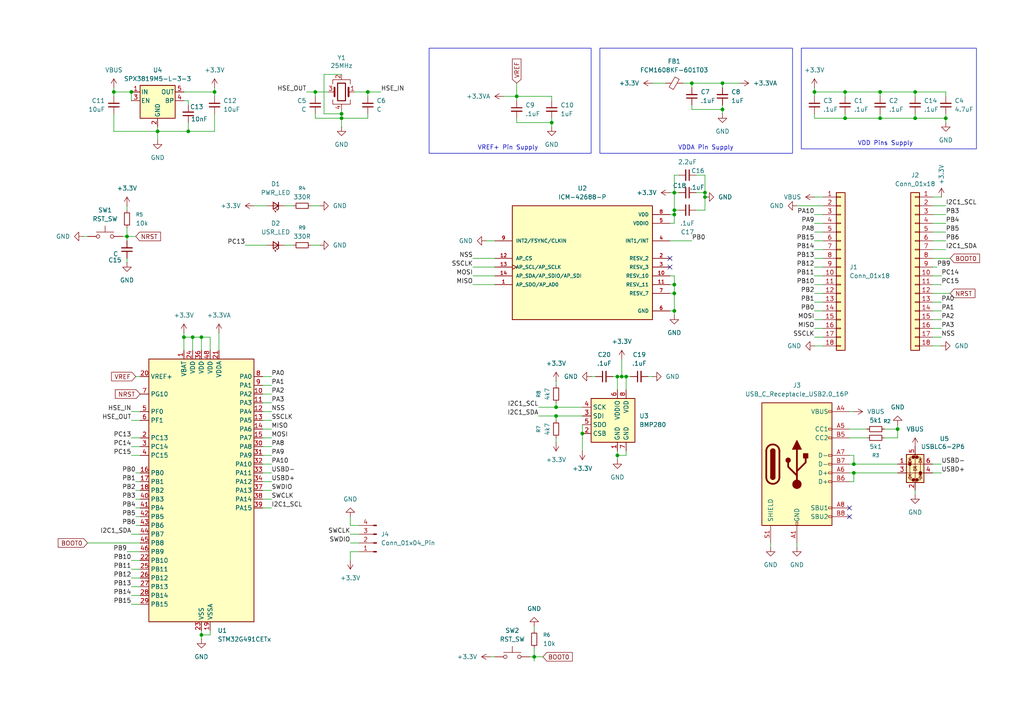
<source format=kicad_sch>
(kicad_sch (version 20250114) (generator "eeschema") (generator_version "9.0")
  (paper "A4")
  (rectangle (start 124.46 13.97) (end 171.45 44.45))
  (rectangle (start 232.41 13.97) (end 283.21 43.18))
  (rectangle (start 173.99 13.97) (end 229.87 44.45))
  (text "VREF+ Pin Supply\n" (at 147.32 42.926 0) (effects (font (size 1.27 1.27))))
  (text "VDD Pins Supply\n" (at 256.794 41.656 0) (effects (font (size 1.27 1.27))))
  (text "VDDA Pin Supply\n" (at 204.724 42.926 0) (effects (font (size 1.27 1.27))))
  (junction (at 195.58 55.88))
  (junction (at 195.58 60.96))
  (junction (at 209.55 24.13))
  (junction (at 154.94 190.5))
  (junction (at 265.43 26.67))
  (junction (at 53.34 97.79))
  (junction (at 58.42 97.79))
  (junction (at 91.44 26.67))
  (junction (at 195.58 85.09))
  (junction (at 181.61 109.22))
  (junction (at 179.07 132.08))
  (junction (at 245.11 34.29))
  (junction (at 236.22 26.67))
  (junction (at 99.06 33.02))
  (junction (at 62.23 26.67))
  (junction (at 160.02 35.56))
  (junction (at 99.06 34.29))
  (junction (at 106.68 26.67))
  (junction (at 149.86 27.94))
  (junction (at 36.83 68.58))
  (junction (at 200.66 24.13))
  (junction (at 204.47 55.88))
  (junction (at 180.34 109.22))
  (junction (at 168.91 125.73))
  (junction (at 38.1 26.67))
  (junction (at 33.02 26.67))
  (junction (at 265.43 34.29))
  (junction (at 247.65 137.16))
  (junction (at 204.47 57.15))
  (junction (at 58.42 184.15))
  (junction (at 245.11 26.67))
  (junction (at 195.58 90.17))
  (junction (at 274.32 34.29))
  (junction (at 161.29 118.11))
  (junction (at 55.88 97.79))
  (junction (at 45.72 38.1))
  (junction (at 255.27 26.67))
  (junction (at 54.61 38.1))
  (junction (at 161.29 120.65))
  (junction (at 179.07 109.22))
  (junction (at 195.58 82.55))
  (junction (at 195.58 62.23))
  (junction (at 209.55 31.75))
  (junction (at 260.35 124.46))
  (junction (at 247.65 134.62))
  (junction (at 255.27 34.29))
  (no_connect (at 194.31 74.93))
  (no_connect (at 194.31 77.47))
  (no_connect (at 246.38 147.32))
  (no_connect (at 246.38 149.86))
  (wire (pts (xy 76.2 121.92) (xy 78.74 121.92)))
  (wire (pts (xy 55.88 97.79) (xy 55.88 101.6)))
  (wire (pts (xy 236.22 57.15) (xy 238.76 57.15)))
  (wire (pts (xy 160.02 35.56) (xy 149.86 35.56)))
  (wire (pts (xy 204.47 50.8) (xy 204.47 55.88)))
  (wire (pts (xy 33.02 33.02) (xy 33.02 38.1)))
  (wire (pts (xy 260.35 123.19) (xy 260.35 124.46)))
  (wire (pts (xy 53.34 26.67) (xy 62.23 26.67)))
  (wire (pts (xy 195.58 55.88) (xy 196.85 55.88)))
  (wire (pts (xy 39.37 142.24) (xy 40.64 142.24)))
  (wire (pts (xy 255.27 26.67) (xy 265.43 26.67)))
  (wire (pts (xy 246.38 134.62) (xy 247.65 134.62)))
  (wire (pts (xy 209.55 24.13) (xy 209.55 25.4)))
  (wire (pts (xy 38.1 162.56) (xy 40.64 162.56)))
  (wire (pts (xy 54.61 35.56) (xy 54.61 38.1)))
  (wire (pts (xy 236.22 33.02) (xy 236.22 34.29)))
  (wire (pts (xy 209.55 31.75) (xy 200.66 31.75)))
  (wire (pts (xy 270.51 100.33) (xy 273.05 100.33)))
  (wire (pts (xy 236.22 72.39) (xy 238.76 72.39)))
  (wire (pts (xy 91.44 27.94) (xy 91.44 26.67)))
  (wire (pts (xy 156.21 118.11) (xy 161.29 118.11)))
  (wire (pts (xy 161.29 110.49) (xy 161.29 111.76)))
  (wire (pts (xy 194.31 85.09) (xy 195.58 85.09)))
  (wire (pts (xy 270.51 59.69) (xy 274.32 59.69)))
  (wire (pts (xy 236.22 85.09) (xy 238.76 85.09)))
  (wire (pts (xy 76.2 139.7) (xy 78.74 139.7)))
  (wire (pts (xy 180.34 109.22) (xy 181.61 109.22)))
  (wire (pts (xy 38.1 167.64) (xy 40.64 167.64)))
  (wire (pts (xy 146.05 27.94) (xy 149.86 27.94)))
  (wire (pts (xy 39.37 109.22) (xy 40.64 109.22)))
  (wire (pts (xy 195.58 55.88) (xy 195.58 60.96)))
  (wire (pts (xy 160.02 27.94) (xy 149.86 27.94)))
  (wire (pts (xy 142.24 190.5) (xy 143.51 190.5)))
  (wire (pts (xy 38.1 132.08) (xy 40.64 132.08)))
  (wire (pts (xy 189.23 24.13) (xy 193.04 24.13)))
  (wire (pts (xy 265.43 26.67) (xy 265.43 27.94)))
  (wire (pts (xy 161.29 116.84) (xy 161.29 118.11)))
  (wire (pts (xy 93.98 33.02) (xy 99.06 33.02)))
  (wire (pts (xy 270.51 92.71) (xy 273.05 92.71)))
  (wire (pts (xy 53.34 97.79) (xy 53.34 101.6)))
  (wire (pts (xy 149.86 29.21) (xy 149.86 27.94)))
  (wire (pts (xy 187.96 109.22) (xy 189.23 109.22)))
  (wire (pts (xy 36.83 68.58) (xy 35.56 68.58)))
  (wire (pts (xy 236.22 87.63) (xy 238.76 87.63)))
  (wire (pts (xy 38.1 175.26) (xy 40.64 175.26)))
  (wire (pts (xy 36.83 68.58) (xy 39.37 68.58)))
  (wire (pts (xy 62.23 38.1) (xy 62.23 33.02)))
  (wire (pts (xy 179.07 132.08) (xy 179.07 133.35)))
  (wire (pts (xy 171.45 109.22) (xy 172.72 109.22)))
  (wire (pts (xy 60.96 101.6) (xy 60.96 97.79)))
  (wire (pts (xy 25.4 157.48) (xy 40.64 157.48)))
  (wire (pts (xy 160.02 35.56) (xy 160.02 36.83)))
  (wire (pts (xy 270.51 82.55) (xy 273.05 82.55)))
  (wire (pts (xy 195.58 85.09) (xy 195.58 82.55)))
  (wire (pts (xy 137.16 77.47) (xy 143.51 77.47)))
  (wire (pts (xy 82.55 71.12) (xy 85.09 71.12)))
  (wire (pts (xy 39.37 152.4) (xy 40.64 152.4)))
  (wire (pts (xy 36.83 160.02) (xy 40.64 160.02)))
  (wire (pts (xy 106.68 27.94) (xy 106.68 26.67)))
  (wire (pts (xy 161.29 120.65) (xy 161.29 121.92)))
  (wire (pts (xy 99.06 31.75) (xy 99.06 33.02)))
  (wire (pts (xy 99.06 34.29) (xy 99.06 36.83)))
  (wire (pts (xy 265.43 33.02) (xy 265.43 34.29)))
  (wire (pts (xy 201.93 60.96) (xy 204.47 60.96)))
  (wire (pts (xy 154.94 181.61) (xy 154.94 182.88)))
  (wire (pts (xy 149.86 35.56) (xy 149.86 34.29)))
  (wire (pts (xy 195.58 60.96) (xy 196.85 60.96)))
  (wire (pts (xy 53.34 96.52) (xy 53.34 97.79)))
  (wire (pts (xy 270.51 72.39) (xy 274.32 72.39)))
  (wire (pts (xy 154.94 190.5) (xy 154.94 191.77)))
  (wire (pts (xy 209.55 30.48) (xy 209.55 31.75)))
  (wire (pts (xy 58.42 184.15) (xy 58.42 185.42)))
  (wire (pts (xy 181.61 130.81) (xy 181.61 132.08)))
  (wire (pts (xy 195.58 50.8) (xy 195.58 55.88)))
  (wire (pts (xy 236.22 27.94) (xy 236.22 26.67)))
  (wire (pts (xy 180.34 104.14) (xy 180.34 109.22)))
  (wire (pts (xy 62.23 25.4) (xy 62.23 26.67)))
  (wire (pts (xy 274.32 34.29) (xy 274.32 35.56)))
  (wire (pts (xy 76.2 111.76) (xy 78.74 111.76)))
  (wire (pts (xy 60.96 182.88) (xy 60.96 184.15)))
  (wire (pts (xy 256.54 127) (xy 260.35 127)))
  (wire (pts (xy 101.6 162.56) (xy 101.6 160.02)))
  (wire (pts (xy 76.2 129.54) (xy 78.74 129.54)))
  (wire (pts (xy 200.66 31.75) (xy 200.66 30.48)))
  (wire (pts (xy 33.02 38.1) (xy 45.72 38.1)))
  (wire (pts (xy 90.17 59.69) (xy 92.71 59.69)))
  (wire (pts (xy 270.51 69.85) (xy 274.32 69.85)))
  (wire (pts (xy 36.83 68.58) (xy 36.83 69.85)))
  (wire (pts (xy 204.47 55.88) (xy 204.47 57.15)))
  (wire (pts (xy 36.83 59.69) (xy 36.83 60.96)))
  (wire (pts (xy 39.37 137.16) (xy 40.64 137.16)))
  (wire (pts (xy 195.58 82.55) (xy 195.58 80.01)))
  (wire (pts (xy 154.94 190.5) (xy 153.67 190.5)))
  (wire (pts (xy 177.8 109.22) (xy 179.07 109.22)))
  (wire (pts (xy 38.1 119.38) (xy 40.64 119.38)))
  (wire (pts (xy 24.13 68.58) (xy 25.4 68.58)))
  (wire (pts (xy 33.02 26.67) (xy 38.1 26.67)))
  (wire (pts (xy 245.11 34.29) (xy 255.27 34.29)))
  (wire (pts (xy 182.88 109.22) (xy 181.61 109.22)))
  (wire (pts (xy 149.86 24.13) (xy 149.86 27.94)))
  (wire (pts (xy 260.35 127) (xy 260.35 124.46)))
  (wire (pts (xy 246.38 127) (xy 251.46 127)))
  (wire (pts (xy 270.51 87.63) (xy 273.05 87.63)))
  (wire (pts (xy 156.21 120.65) (xy 161.29 120.65)))
  (wire (pts (xy 201.93 55.88) (xy 204.47 55.88)))
  (wire (pts (xy 82.55 59.69) (xy 85.09 59.69)))
  (wire (pts (xy 76.2 144.78) (xy 78.74 144.78)))
  (wire (pts (xy 161.29 118.11) (xy 168.91 118.11)))
  (wire (pts (xy 255.27 26.67) (xy 255.27 27.94)))
  (wire (pts (xy 101.6 149.86) (xy 101.6 152.4)))
  (wire (pts (xy 54.61 29.21) (xy 54.61 30.48)))
  (wire (pts (xy 76.2 119.38) (xy 78.74 119.38)))
  (wire (pts (xy 245.11 33.02) (xy 245.11 34.29)))
  (wire (pts (xy 45.72 38.1) (xy 45.72 40.64)))
  (wire (pts (xy 160.02 34.29) (xy 160.02 35.56)))
  (wire (pts (xy 63.5 96.52) (xy 63.5 101.6)))
  (wire (pts (xy 137.16 80.01) (xy 143.51 80.01)))
  (wire (pts (xy 38.1 129.54) (xy 40.64 129.54)))
  (wire (pts (xy 236.22 77.47) (xy 238.76 77.47)))
  (wire (pts (xy 38.1 170.18) (xy 40.64 170.18)))
  (wire (pts (xy 236.22 100.33) (xy 238.76 100.33)))
  (wire (pts (xy 140.97 69.85) (xy 143.51 69.85)))
  (wire (pts (xy 194.31 82.55) (xy 195.58 82.55)))
  (wire (pts (xy 270.51 62.23) (xy 274.32 62.23)))
  (wire (pts (xy 76.2 114.3) (xy 78.74 114.3)))
  (wire (pts (xy 223.52 157.48) (xy 223.52 158.75)))
  (wire (pts (xy 270.51 64.77) (xy 274.32 64.77)))
  (wire (pts (xy 60.96 184.15) (xy 58.42 184.15)))
  (wire (pts (xy 236.22 80.01) (xy 238.76 80.01)))
  (wire (pts (xy 99.06 33.02) (xy 99.06 34.29)))
  (wire (pts (xy 60.96 97.79) (xy 58.42 97.79)))
  (wire (pts (xy 137.16 82.55) (xy 143.51 82.55)))
  (wire (pts (xy 76.2 132.08) (xy 78.74 132.08)))
  (wire (pts (xy 194.31 62.23) (xy 195.58 62.23)))
  (wire (pts (xy 236.22 74.93) (xy 238.76 74.93)))
  (wire (pts (xy 101.6 154.94) (xy 104.14 154.94)))
  (wire (pts (xy 168.91 123.19) (xy 168.91 125.73)))
  (wire (pts (xy 38.1 121.92) (xy 40.64 121.92)))
  (wire (pts (xy 62.23 26.67) (xy 62.23 27.94)))
  (wire (pts (xy 38.1 154.94) (xy 40.64 154.94)))
  (wire (pts (xy 236.22 97.79) (xy 238.76 97.79)))
  (wire (pts (xy 246.38 139.7) (xy 247.65 139.7)))
  (wire (pts (xy 270.51 134.62) (xy 273.05 134.62)))
  (wire (pts (xy 39.37 144.78) (xy 40.64 144.78)))
  (wire (pts (xy 195.58 85.09) (xy 195.58 90.17)))
  (wire (pts (xy 274.32 34.29) (xy 274.32 33.02)))
  (wire (pts (xy 270.51 67.31) (xy 274.32 67.31)))
  (wire (pts (xy 38.1 26.67) (xy 38.1 29.21)))
  (wire (pts (xy 200.66 24.13) (xy 209.55 24.13)))
  (wire (pts (xy 236.22 90.17) (xy 238.76 90.17)))
  (wire (pts (xy 204.47 60.96) (xy 204.47 57.15)))
  (wire (pts (xy 198.12 24.13) (xy 200.66 24.13)))
  (wire (pts (xy 236.22 26.67) (xy 245.11 26.67)))
  (wire (pts (xy 39.37 139.7) (xy 40.64 139.7)))
  (wire (pts (xy 76.2 147.32) (xy 78.74 147.32)))
  (wire (pts (xy 181.61 132.08) (xy 179.07 132.08)))
  (wire (pts (xy 270.51 97.79) (xy 273.05 97.79)))
  (wire (pts (xy 99.06 34.29) (xy 91.44 34.29)))
  (wire (pts (xy 270.51 80.01) (xy 273.05 80.01)))
  (wire (pts (xy 246.38 132.08) (xy 247.65 132.08)))
  (wire (pts (xy 101.6 152.4) (xy 104.14 152.4)))
  (wire (pts (xy 231.14 59.69) (xy 238.76 59.69)))
  (wire (pts (xy 209.55 31.75) (xy 209.55 33.02)))
  (wire (pts (xy 195.58 80.01) (xy 194.31 80.01)))
  (wire (pts (xy 76.2 124.46) (xy 78.74 124.46)))
  (wire (pts (xy 201.93 50.8) (xy 204.47 50.8)))
  (wire (pts (xy 161.29 127) (xy 161.29 128.27)))
  (wire (pts (xy 95.25 26.67) (xy 91.44 26.67)))
  (wire (pts (xy 106.68 33.02) (xy 106.68 34.29)))
  (wire (pts (xy 33.02 27.94) (xy 33.02 26.67)))
  (wire (pts (xy 39.37 149.86) (xy 40.64 149.86)))
  (wire (pts (xy 255.27 34.29) (xy 265.43 34.29)))
  (wire (pts (xy 101.6 157.48) (xy 104.14 157.48)))
  (wire (pts (xy 195.58 90.17) (xy 195.58 91.44)))
  (wire (pts (xy 200.66 24.13) (xy 200.66 25.4)))
  (wire (pts (xy 236.22 25.4) (xy 236.22 26.67)))
  (wire (pts (xy 265.43 142.24) (xy 265.43 143.51)))
  (wire (pts (xy 246.38 137.16) (xy 247.65 137.16)))
  (wire (pts (xy 179.07 109.22) (xy 179.07 113.03)))
  (wire (pts (xy 58.42 182.88) (xy 58.42 184.15)))
  (wire (pts (xy 53.34 97.79) (xy 55.88 97.79)))
  (wire (pts (xy 236.22 67.31) (xy 238.76 67.31)))
  (wire (pts (xy 58.42 97.79) (xy 58.42 101.6)))
  (wire (pts (xy 33.02 25.4) (xy 33.02 26.67)))
  (wire (pts (xy 195.58 60.96) (xy 195.58 62.23)))
  (wire (pts (xy 236.22 69.85) (xy 238.76 69.85)))
  (wire (pts (xy 194.31 55.88) (xy 195.58 55.88)))
  (wire (pts (xy 168.91 125.73) (xy 168.91 130.81)))
  (wire (pts (xy 73.66 59.69) (xy 77.47 59.69)))
  (wire (pts (xy 154.94 187.96) (xy 154.94 190.5)))
  (wire (pts (xy 137.16 74.93) (xy 143.51 74.93)))
  (wire (pts (xy 195.58 50.8) (xy 196.85 50.8)))
  (wire (pts (xy 247.65 139.7) (xy 247.65 137.16)))
  (wire (pts (xy 54.61 38.1) (xy 62.23 38.1)))
  (wire (pts (xy 245.11 27.94) (xy 245.11 26.67)))
  (wire (pts (xy 270.51 74.93) (xy 275.59 74.93)))
  (wire (pts (xy 45.72 38.1) (xy 54.61 38.1)))
  (wire (pts (xy 76.2 116.84) (xy 78.74 116.84)))
  (wire (pts (xy 106.68 26.67) (xy 110.49 26.67)))
  (wire (pts (xy 90.17 71.12) (xy 92.71 71.12)))
  (wire (pts (xy 38.1 165.1) (xy 40.64 165.1)))
  (wire (pts (xy 236.22 64.77) (xy 238.76 64.77)))
  (wire (pts (xy 270.51 95.25) (xy 273.05 95.25)))
  (wire (pts (xy 38.1 127) (xy 40.64 127)))
  (wire (pts (xy 270.51 90.17) (xy 273.05 90.17)))
  (wire (pts (xy 101.6 160.02) (xy 104.14 160.02)))
  (wire (pts (xy 270.51 137.16) (xy 273.05 137.16)))
  (wire (pts (xy 179.07 130.81) (xy 179.07 132.08)))
  (wire (pts (xy 39.37 147.32) (xy 40.64 147.32)))
  (wire (pts (xy 45.72 36.83) (xy 45.72 38.1)))
  (wire (pts (xy 270.51 77.47) (xy 271.78 77.47)))
  (wire (pts (xy 93.98 21.59) (xy 93.98 33.02)))
  (wire (pts (xy 245.11 26.67) (xy 255.27 26.67)))
  (wire (pts (xy 236.22 62.23) (xy 238.76 62.23)))
  (wire (pts (xy 99.06 21.59) (xy 93.98 21.59)))
  (wire (pts (xy 36.83 66.04) (xy 36.83 68.58)))
  (wire (pts (xy 106.68 26.67) (xy 102.87 26.67)))
  (wire (pts (xy 236.22 82.55) (xy 238.76 82.55)))
  (wire (pts (xy 76.2 109.22) (xy 78.74 109.22)))
  (wire (pts (xy 194.31 64.77) (xy 195.58 64.77)))
  (wire (pts (xy 38.1 172.72) (xy 40.64 172.72)))
  (wire (pts (xy 270.51 57.15) (xy 273.05 57.15)))
  (wire (pts (xy 236.22 95.25) (xy 238.76 95.25)))
  (wire (pts (xy 256.54 124.46) (xy 260.35 124.46)))
  (wire (pts (xy 209.55 24.13) (xy 214.63 24.13)))
  (wire (pts (xy 181.61 109.22) (xy 181.61 113.03)))
  (wire (pts (xy 247.65 134.62) (xy 260.35 134.62)))
  (wire (pts (xy 53.34 29.21) (xy 54.61 29.21)))
  (wire (pts (xy 246.38 119.38) (xy 247.65 119.38)))
  (wire (pts (xy 58.42 97.79) (xy 55.88 97.79)))
  (wire (pts (xy 247.65 137.16) (xy 260.35 137.16)))
  (wire (pts (xy 76.2 134.62) (xy 78.74 134.62)))
  (wire (pts (xy 246.38 124.46) (xy 251.46 124.46)))
  (wire (pts (xy 255.27 33.02) (xy 255.27 34.29)))
  (wire (pts (xy 106.68 34.29) (xy 99.06 34.29)))
  (wire (pts (xy 231.14 157.48) (xy 231.14 158.75)))
  (wire (pts (xy 194.31 90.17) (xy 195.58 90.17)))
  (wire (pts (xy 36.83 74.93) (xy 36.83 76.2)))
  (wire (pts (xy 76.2 142.24) (xy 78.74 142.24)))
  (wire (pts (xy 76.2 137.16) (xy 78.74 137.16)))
  (wire (pts (xy 236.22 34.29) (xy 245.11 34.29)))
  (wire (pts (xy 179.07 109.22) (xy 180.34 109.22)))
  (wire (pts (xy 247.65 132.08) (xy 247.65 134.62)))
  (wire (pts (xy 161.29 120.65) (xy 168.91 120.65)))
  (wire (pts (xy 71.12 71.12) (xy 77.47 71.12)))
  (wire (pts (xy 270.51 85.09) (xy 275.59 85.09)))
  (wire (pts (xy 265.43 26.67) (xy 274.32 26.67)))
  (wire (pts (xy 88.9 26.67) (xy 91.44 26.67)))
  (wire (pts (xy 265.43 34.29) (xy 274.32 34.29)))
  (wire (pts (xy 91.44 34.29) (xy 91.44 33.02)))
  (wire (pts (xy 274.32 26.67) (xy 274.32 27.94)))
  (wire (pts (xy 236.22 92.71) (xy 238.76 92.71)))
  (wire (pts (xy 195.58 64.77) (xy 195.58 62.23)))
  (wire (pts (xy 76.2 127) (xy 78.74 127)))
  (wire (pts (xy 154.94 190.5) (xy 157.48 190.5)))
  (wire (pts (xy 194.31 69.85) (xy 200.66 69.85)))
  (wire (pts (xy 160.02 29.21) (xy 160.02 27.94)))
  (label "MOSI" (at 137.16 80.01 180))
  (label "PB5" (at 39.37 149.86 180))
  (label "PB0" (at 200.66 69.85 0))
  (label "I2C1_SCL" (at 78.74 147.32 0))
  (label "SWDIO" (at 78.74 142.24 0))
  (label "PC14" (at 273.05 80.01 0))
  (label "NSS" (at 78.74 119.38 0))
  (label "PB12" (at 38.1 167.64 180))
  (label "PB1" (at 39.37 139.7 180))
  (label "PA0" (at 78.74 109.22 0))
  (label "PB11" (at 236.22 80.01 180))
  (label "PB4" (at 274.32 64.77 0))
  (label "I2C1_SDA" (at 38.1 154.94 180))
  (label "PA2" (at 273.05 92.71 0))
  (label "HSE_IN" (at 110.49 26.67 0))
  (label "PC14" (at 38.1 129.54 180))
  (label "PC13" (at 38.1 127 180))
  (label "PC15" (at 273.05 82.55 0))
  (label "PC15" (at 38.1 132.08 180))
  (label "SWDIO" (at 101.6 157.48 180))
  (label "USBD+" (at 78.74 139.7 0))
  (label "I2C1_SCL" (at 274.32 59.69 0))
  (label "PB9" (at 36.83 160.02 180))
  (label "PB13" (at 236.22 74.93 180))
  (label "PA8" (at 78.74 129.54 0))
  (label "PB2" (at 236.22 85.09 180))
  (label "PA1" (at 273.05 90.17 0))
  (label "SSCLK" (at 236.22 97.79 180))
  (label "SSCLK" (at 78.74 121.92 0))
  (label "PB12" (at 236.22 77.47 180))
  (label "PB6" (at 39.37 152.4 180))
  (label "PB14" (at 38.1 172.72 180))
  (label "USBD+" (at 273.05 137.16 0))
  (label "PB15" (at 38.1 175.26 180))
  (label "PB9" (at 271.78 77.47 0))
  (label "I2C1_SDA" (at 156.21 120.65 180))
  (label "HSE_IN" (at 38.1 119.38 180))
  (label "PB1" (at 236.22 87.63 180))
  (label "HSE_OUT" (at 38.1 121.92 180))
  (label "NSS" (at 273.05 97.79 0))
  (label "HSE_OUT" (at 88.9 26.67 180))
  (label "PA10" (at 78.74 134.62 0))
  (label "PB10" (at 236.22 82.55 180))
  (label "PA3" (at 273.05 95.25 0))
  (label "PB0" (at 39.37 137.16 180))
  (label "PA10" (at 236.22 62.23 180))
  (label "MOSI" (at 236.22 92.71 180))
  (label "USBD-" (at 273.05 134.62 0))
  (label "PA1" (at 78.74 111.76 0))
  (label "MOSI" (at 78.74 127 0))
  (label "I2C1_SDA" (at 274.32 72.39 0))
  (label "SWCLK" (at 78.74 144.78 0))
  (label "PB3" (at 274.32 62.23 0))
  (label "PB6" (at 274.32 69.85 0))
  (label "PB10" (at 38.1 162.56 180))
  (label "PA0" (at 273.05 87.63 0))
  (label "PB2" (at 39.37 142.24 180))
  (label "USBD-" (at 78.74 137.16 0))
  (label "I2C1_SCL" (at 156.21 118.11 180))
  (label "MISO" (at 78.74 124.46 0))
  (label "SSCLK" (at 137.16 77.47 180))
  (label "PB14" (at 236.22 72.39 180))
  (label "PB5" (at 274.32 67.31 0))
  (label "PB3" (at 39.37 144.78 180))
  (label "PB15" (at 236.22 69.85 180))
  (label "PA8" (at 236.22 67.31 180))
  (label "PA9" (at 236.22 64.77 180))
  (label "PB0" (at 236.22 90.17 180))
  (label "PA2" (at 78.74 114.3 0))
  (label "PA3" (at 78.74 116.84 0))
  (label "MISO" (at 137.16 82.55 180))
  (label "MISO" (at 236.22 95.25 180))
  (label "PB11" (at 38.1 165.1 180))
  (label "PC13" (at 71.12 71.12 180))
  (label "SWCLK" (at 101.6 154.94 180))
  (label "PA9" (at 78.74 132.08 0))
  (label "NSS" (at 137.16 74.93 180))
  (label "PB13" (at 38.1 170.18 180))
  (label "PB4" (at 39.37 147.32 180))
  (global_label "BOOT0" (shape input) (at 275.59 74.93 0) (property "Intersheetrefs" "${INTERSHEET_REFS}" (effects (hide yes))))
  (global_label "BOOT0" (shape input) (at 25.4 157.48 180) (property "Intersheetrefs" "${INTERSHEET_REFS}" (effects (hide yes))))
  (global_label "VREF" (shape input) (at 39.37 109.22 180) (property "Intersheetrefs" "${INTERSHEET_REFS}" (effects (hide yes))))
  (global_label "NRST" (shape input) (at 40.64 114.3 180) (property "Intersheetrefs" "${INTERSHEET_REFS}" (effects (hide yes))))
  (global_label "NRST" (shape input) (at 275.59 85.09 0) (property "Intersheetrefs" "${INTERSHEET_REFS}" (effects (hide yes))))
  (global_label "VREF" (shape input) (at 149.86 24.13 90) (property "Intersheetrefs" "${INTERSHEET_REFS}" (effects (hide yes))))
  (global_label "NRST" (shape input) (at 39.37 68.58 0) (property "Intersheetrefs" "${INTERSHEET_REFS}" (effects (hide yes))))
  (global_label "BOOT0" (shape input) (at 157.48 190.5 0) (property "Intersheetrefs" "${INTERSHEET_REFS}" (effects (hide yes))))
  (symbol (lib_id "Device:Crystal_GND24") (at 99.06 26.67 0) (mirror y) (unit 1)
    (property "Reference" "Y1" (at 99.06 16.764 0))
    (property "Value" "25MHz" (at 99.06 19.05 0))
    (property "Footprint" "Crystal:Crystal_SMD_3225-4Pin_3.2x2.5mm" (effects (hide yes)))
    (property "Description" "Four pin crystal, GND on pins 2 and 4" (effects (hide yes)))
  )
  (symbol (lib_id "power:VBUS") (at 236.22 57.15 90) (unit 1)
    (property "Reference" "#PWR039" (effects (hide yes)))
    (property "Value" "VBUS" (at 232.41 57.1499 90) (effects (justify left)))
    (property "Description" "Power symbol creates a global label with name \"VBUS\"" (effects (hide yes)))
  )
  (symbol (lib_id "power:GND") (at 204.47 57.15 90) (unit 1)
    (property "Reference" "#PWR028" (effects (hide yes)))
    (property "Value" "GND" (at 208.28 57.1499 90) (effects (justify right)))
    (property "Description" "Power symbol creates a global label with name \"GND\" , ground" (effects (hide yes)))
  )
  (symbol (lib_id "Device:FerriteBead_Small") (at 195.58 24.13 90) (unit 1)
    (property "Reference" "FB1" (at 195.5419 17.78 90))
    (property "Value" "FCM1608KF-601T03" (at 195.5419 20.32 90))
    (property "Footprint" "Inductor_SMD:L_0603_1608Metric" (effects (hide yes)))
    (property "Description" "Ferrite bead, small symbol" (effects (hide yes)))
  )
  (symbol (lib_id "Device:C_Small") (at 106.68 30.48 180) (unit 1)
    (property "Reference" "C6" (at 109.22 29.2035 0) (effects (justify right)))
    (property "Value" "C" (at 109.22 31.7435 0) (effects (justify right)))
    (property "Footprint" "Capacitor_SMD:C_0402_1005Metric" (effects (hide yes)))
    (property "Description" "Unpolarized capacitor, small symbol" (effects (hide yes)))
  )
  (symbol (lib_id "power:GND") (at 160.02 36.83 0) (unit 1)
    (property "Reference" "#PWR010" (effects (hide yes)))
    (property "Value" "GND" (at 160.02 41.91 0))
    (property "Description" "Power symbol creates a global label with name \"GND\" , ground" (effects (hide yes)))
  )
  (symbol (lib_id "Connector:Conn_01x04_Pin") (at 109.22 157.48 180) (unit 1)
    (property "Reference" "J4" (at 110.49 154.9399 0) (effects (justify right)))
    (property "Value" "Conn_01x04_Pin" (at 110.49 157.4799 0) (effects (justify right)))
    (property "Footprint" "Connector_PinHeader_2.54mm:PinHeader_1x04_P2.54mm_Vertical" (effects (hide yes)))
    (property "Description" "Generic connector, single row, 01x04, script generated" (effects (hide yes)))
  )
  (symbol (lib_id "power:+3.3V") (at 161.29 128.27 180) (unit 1)
    (property "Reference" "#PWR037" (effects (hide yes)))
    (property "Value" "+3.3V" (at 161.29 133.35 0))
    (property "Description" "Power symbol creates a global label with name \"+3.3V\"" (effects (hide yes)))
  )
  (symbol (lib_id "power:GND") (at 36.83 76.2 0) (unit 1)
    (property "Reference" "#PWR025" (effects (hide yes)))
    (property "Value" "GND" (at 36.83 81.28 0))
    (property "Description" "Power symbol creates a global label with name \"GND\" , ground" (effects (hide yes)))
  )
  (symbol (lib_id "Switch:SW_Push") (at 30.48 68.58 0) (unit 1)
    (property "Reference" "SW1" (at 30.48 60.96 0))
    (property "Value" "RST_SW" (at 30.48 63.5 0))
    (property "Footprint" "Button_Switch_SMD:SW_Push_SPST_NO_Alps_SKRK" (effects (hide yes)))
    (property "Description" "Push button switch, generic, two pins" (effects (hide yes)))
  )
  (symbol (lib_id "power:GND") (at 273.05 100.33 90) (unit 1)
    (property "Reference" "#PWR047" (effects (hide yes)))
    (property "Value" "GND" (at 276.86 100.3299 90) (effects (justify right)))
    (property "Description" "Power symbol creates a global label with name \"GND\" , ground" (effects (hide yes)))
  )
  (symbol (lib_id "power:GND") (at 274.32 35.56 0) (unit 1)
    (property "Reference" "#PWR02" (effects (hide yes)))
    (property "Value" "GND" (at 274.32 40.64 0))
    (property "Description" "Power symbol creates a global label with name \"GND\" , ground" (effects (hide yes)))
  )
  (symbol (lib_id "Device:C_Small") (at 175.26 109.22 90) (unit 1)
    (property "Reference" "C20" (at 175.2663 102.87 90))
    (property "Value" ".1uF" (at 175.2663 105.41 90))
    (property "Footprint" "Capacitor_SMD:C_0402_1005Metric" (effects (hide yes)))
    (property "Description" "Unpolarized capacitor, small symbol" (effects (hide yes)))
  )
  (symbol (lib_id "Device:LED_Small") (at 80.01 59.69 180) (unit 1)
    (property "Reference" "D1" (at 79.9465 53.34 0))
    (property "Value" "PWR_LED" (at 79.9465 55.88 0))
    (property "Footprint" "LED_SMD:LED_0603_1608Metric" (effects (hide yes)))
    (property "Description" "Light emitting diode, small symbol" (effects (hide yes)))
    (property "Sim.Pin" "1=K 2=A" (effects (hide yes)))
  )
  (symbol (lib_id "power:+3.3VA") (at 63.5 96.52 0) (unit 1)
    (property "Reference" "#PWR05" (effects (hide yes)))
    (property "Value" "+3.3VA" (at 63.5 91.44 0))
    (property "Description" "Power symbol creates a global label with name \"+3.3VA\"" (effects (hide yes)))
  )
  (symbol (lib_id "power:+3.3V") (at 236.22 25.4 0) (unit 1)
    (property "Reference" "#PWR01" (effects (hide yes)))
    (property "Value" "+3.3V" (at 236.22 20.32 0))
    (property "Description" "Power symbol creates a global label with name \"+3.3V\"" (effects (hide yes)))
  )
  (symbol (lib_id "power:VBUS") (at 265.43 129.54 0) (unit 1)
    (property "Reference" "#PWR017" (effects (hide yes)))
    (property "Value" "VBUS" (at 265.43 124.46 0))
    (property "Description" "Power symbol creates a global label with name \"VBUS\"" (effects (hide yes)))
  )
  (symbol (lib_id "power:GND") (at 260.35 123.19 180) (unit 1)
    (property "Reference" "#PWR020" (effects (hide yes)))
    (property "Value" "GND" (at 260.35 118.11 0))
    (property "Description" "Power symbol creates a global label with name \"GND\" , ground" (effects (hide yes)))
  )
  (symbol (lib_id "power:GND") (at 189.23 109.22 90) (unit 1)
    (property "Reference" "#PWR033" (effects (hide yes)))
    (property "Value" "GND" (at 193.04 109.2199 90) (effects (justify right)))
    (property "Description" "Power symbol creates a global label with name \"GND\" , ground" (effects (hide yes)))
  )
  (symbol (lib_id "Sensor_Pressure:BMP280") (at 179.07 123.19 0) (unit 1)
    (property "Reference" "U3" (at 185.42 120.6499 0) (effects (justify left)))
    (property "Value" "BMP280" (at 185.42 123.1899 0) (effects (justify left)))
    (property "Footprint" "Package_LGA:Bosch_LGA-8_2x2.5mm_P0.65mm_ClockwisePinNumbering" (effects (hide yes)))
    (property "Datasheet" "https://ae-bst.resource.bosch.com/media/_tech/media/datasheets/BST-BMP280-DS001.pdf" (effects (hide yes)))
    (property "Description" "Absolute Barometric Pressure Sensor, LGA-8" (effects (hide yes)))
  )
  (symbol (lib_id "Device:R_Small") (at 161.29 114.3 0) (mirror y) (unit 1)
    (property "Reference" "R8" (at 156.21 114.3 90) (effects (font (size 1.016 1.016))))
    (property "Value" "4k7" (at 158.75 114.3 90))
    (property "Footprint" "Resistor_SMD:R_0402_1005Metric" (effects (hide yes)))
    (property "Description" "Resistor, small symbol" (effects (hide yes)))
  )
  (symbol (lib_id "Device:R_Small") (at 87.63 59.69 90) (unit 1)
    (property "Reference" "R4" (at 87.63 54.61 90) (effects (font (size 1.016 1.016))))
    (property "Value" "330R" (at 87.63 57.15 90))
    (property "Footprint" "Resistor_SMD:R_0402_1005Metric" (effects (hide yes)))
    (property "Description" "Resistor, small symbol" (effects (hide yes)))
  )
  (symbol (lib_id "Device:C_Small") (at 62.23 30.48 180) (unit 1)
    (property "Reference" "C12" (at 64.77 29.2035 0) (effects (justify right)))
    (property "Value" "10uF" (at 64.77 31.7435 0) (effects (justify right)))
    (property "Footprint" "Capacitor_SMD:C_0603_1608Metric" (effects (hide yes)))
    (property "Description" "Unpolarized capacitor, small symbol" (effects (hide yes)))
  )
  (symbol (lib_id "power:GND") (at 58.42 185.42 0) (unit 1)
    (property "Reference" "#PWR04" (effects (hide yes)))
    (property "Value" "GND" (at 58.42 190.5 0))
    (property "Description" "Power symbol creates a global label with name \"GND\" , ground" (effects (hide yes)))
  )
  (symbol (lib_id "power:GND") (at 236.22 100.33 270) (unit 1)
    (property "Reference" "#PWR046" (effects (hide yes)))
    (property "Value" "GND" (at 232.41 100.3299 90) (effects (justify right)))
    (property "Description" "Power symbol creates a global label with name \"GND\" , ground" (effects (hide yes)))
  )
  (symbol (lib_id "Device:C_Small") (at 209.55 27.94 180) (unit 1)
    (property "Reference" "C8" (at 212.09 26.6635 0) (effects (justify right)))
    (property "Value" "1uF" (at 212.09 29.2035 0) (effects (justify right)))
    (property "Footprint" "Capacitor_SMD:C_0402_1005Metric" (effects (hide yes)))
    (property "Description" "Unpolarized capacitor, small symbol" (effects (hide yes)))
  )
  (symbol (lib_id "power:GND") (at 209.55 33.02 0) (unit 1)
    (property "Reference" "#PWR09" (effects (hide yes)))
    (property "Value" "GND" (at 209.55 38.1 0))
    (property "Description" "Power symbol creates a global label with name \"GND\" , ground" (effects (hide yes)))
  )
  (symbol (lib_id "power:+3.3V") (at 62.23 25.4 0) (unit 1)
    (property "Reference" "#PWR013" (effects (hide yes)))
    (property "Value" "+3.3V" (at 62.23 20.32 0))
    (property "Description" "Power symbol creates a global label with name \"+3.3V\"" (effects (hide yes)))
  )
  (symbol (lib_id "power:+3.3V") (at 194.31 55.88 90) (unit 1)
    (property "Reference" "#PWR029" (effects (hide yes)))
    (property "Value" "+3.3V" (at 190.5 55.8799 90) (effects (justify left)))
    (property "Description" "Power symbol creates a global label with name \"+3.3V\"" (effects (hide yes)))
  )
  (symbol (lib_id "power:+3.3VA") (at 214.63 24.13 270) (unit 1)
    (property "Reference" "#PWR08" (effects (hide yes)))
    (property "Value" "+3.3VA" (at 218.44 24.1299 90) (effects (justify left)))
    (property "Description" "Power symbol creates a global label with name \"+3.3VA\"" (effects (hide yes)))
  )
  (symbol (lib_id "power:GND") (at 24.13 68.58 270) (unit 1)
    (property "Reference" "#PWR023" (effects (hide yes)))
    (property "Value" "GND" (at 20.32 68.5799 90) (effects (justify right)))
    (property "Description" "Power symbol creates a global label with name \"GND\" , ground" (effects (hide yes)))
  )
  (symbol (lib_id "MCU_ST_STM32G4:STM32G491CETx") (at 58.42 142.24 0) (unit 1)
    (property "Reference" "U1" (at 63.1033 182.88 0) (effects (justify left)))
    (property "Value" "STM32G491CETx" (at 63.1033 185.42 0) (effects (justify left)))
    (property "Footprint" "Package_QFP:LQFP-48_7x7mm_P0.5mm" (effects (hide yes)))
    (property "Datasheet" "https://www.st.com/resource/en/datasheet/stm32g491ce.pdf" (effects (hide yes)))
    (property "Description" "STMicroelectronics Arm Cortex-M4 MCU, 512KB flash, 112KB RAM, 170 MHz, 1.71-3.6V, 38 GPIO, LQFP48" (effects (hide yes)))
  )
  (symbol (lib_id "Connector_Generic:Conn_01x18") (at 265.43 77.47 0) (mirror y) (unit 1)
    (property "Reference" "J2" (at 265.43 50.8 0))
    (property "Value" "Conn_01x18" (at 265.43 53.34 0))
    (property "Footprint" "Connector_PinHeader_2.54mm:PinHeader_1x18_P2.54mm_Vertical" (effects (hide yes)))
    (property "Description" "Generic connector, single row, 01x18, script generated (kicad-library-utils/schlib/autogen/connector/)" (effects (hide yes)))
  )
  (symbol (lib_id "power:+3.3V") (at 53.34 96.52 0) (unit 1)
    (property "Reference" "#PWR03" (effects (hide yes)))
    (property "Value" "+3.3V" (at 53.34 91.44 0))
    (property "Description" "Power symbol creates a global label with name \"+3.3V\"" (effects (hide yes)))
  )
  (symbol (lib_id "Device:C_Small") (at 200.66 27.94 180) (unit 1)
    (property "Reference" "C7" (at 203.2 26.6635 0) (effects (justify right)))
    (property "Value" ".1uF" (at 203.2 29.2035 0) (effects (justify right)))
    (property "Footprint" "Capacitor_SMD:C_0402_1005Metric" (effects (hide yes)))
    (property "Description" "Unpolarized capacitor, small symbol" (effects (hide yes)))
  )
  (symbol (lib_id "Device:C_Small") (at 265.43 30.48 180) (unit 1)
    (property "Reference" "C14" (at 267.97 29.2035 0) (effects (justify right)))
    (property "Value" ".1uF" (at 267.97 31.7435 0) (effects (justify right)))
    (property "Footprint" "Capacitor_SMD:C_0402_1005Metric" (effects (hide yes)))
    (property "Description" "Unpolarized capacitor, small symbol" (effects (hide yes)))
  )
  (symbol (lib_id "power:GND") (at 45.72 40.64 0) (unit 1)
    (property "Reference" "#PWR014" (effects (hide yes)))
    (property "Value" "GND" (at 45.72 45.72 0))
    (property "Description" "Power symbol creates a global label with name \"GND\" , ground" (effects (hide yes)))
  )
  (symbol (lib_id "Device:C_Small") (at 236.22 30.48 180) (unit 1)
    (property "Reference" "C3" (at 238.76 29.2035 0) (effects (justify right)))
    (property "Value" ".1uF" (at 238.76 31.7435 0) (effects (justify right)))
    (property "Footprint" "Capacitor_SMD:C_0402_1005Metric" (effects (hide yes)))
    (property "Description" "Unpolarized capacitor, small symbol" (effects (hide yes)))
  )
  (symbol (lib_id "Regulator_Linear:SPX3819M5-L-3-3") (at 45.72 29.21 0) (unit 1)
    (property "Reference" "U4" (at 45.72 20.32 0))
    (property "Value" "SPX3819M5-L-3-3" (at 45.72 22.86 0))
    (property "Footprint" "Package_TO_SOT_SMD:SOT-23-5" (effects (hide yes)))
    (property "Datasheet" "https://www.exar.com/content/document.ashx?id=22106&languageid=1033&type=Datasheet&partnumber=SPX3819&filename=SPX3819.pdf&part=SPX3819" (effects (hide yes)))
    (property "Description" "500mA Low drop-out regulator, Fixed Output 3.3V, SOT-23-5" (effects (hide yes)))
  )
  (symbol (lib_id "power:GND") (at 92.71 71.12 90) (mirror x) (unit 1)
    (property "Reference" "#PWR040" (effects (hide yes)))
    (property "Value" "GND" (at 96.52 71.1199 90) (effects (justify right)))
    (property "Description" "Power symbol creates a global label with name \"GND\" , ground" (effects (hide yes)))
  )
  (symbol (lib_id "power:GND") (at 231.14 158.75 0) (unit 1)
    (property "Reference" "#PWR016" (effects (hide yes)))
    (property "Value" "GND" (at 231.14 163.83 0))
    (property "Description" "Power symbol creates a global label with name \"GND\" , ground" (effects (hide yes)))
  )
  (symbol (lib_id "power:GND") (at 92.71 59.69 90) (mirror x) (unit 1)
    (property "Reference" "#PWR022" (effects (hide yes)))
    (property "Value" "GND" (at 96.52 59.6899 90) (effects (justify right)))
    (property "Description" "Power symbol creates a global label with name \"GND\" , ground" (effects (hide yes)))
  )
  (symbol (lib_id "power:GND") (at 154.94 181.61 180) (unit 1)
    (property "Reference" "#PWR026" (effects (hide yes)))
    (property "Value" "GND" (at 154.94 176.53 0))
    (property "Description" "Power symbol creates a global label with name \"GND\" , ground" (effects (hide yes)))
  )
  (symbol (lib_id "Power_Protection:USBLC6-2P6") (at 265.43 134.62 0) (unit 1)
    (property "Reference" "U5" (at 272.542 127.254 0) (effects (justify left)))
    (property "Value" "USBLC6-2P6" (at 267.0811 129.54 0) (effects (justify left)))
    (property "Footprint" "Package_TO_SOT_SMD:SOT-666" (effects (hide yes)))
    (property "Datasheet" "https://www.st.com/resource/en/datasheet/usblc6-2.pdf" (effects (hide yes)))
    (property "Description" "Very low capacitance ESD protection diode, 2 data-line, SOT-666" (effects (hide yes)))
  )
  (symbol (lib_id "Device:C_Small") (at 36.83 72.39 0) (mirror x) (unit 1)
    (property "Reference" "C15" (at 35.306 75.438 0) (effects (justify right)))
    (property "Value" "C" (at 34.29 73.6535 0) (effects (justify right)))
    (property "Footprint" "Capacitor_SMD:C_0402_1005Metric" (effects (hide yes)))
    (property "Description" "Unpolarized capacitor, small symbol" (effects (hide yes)))
  )
  (symbol (lib_id "Connector_Generic:Conn_01x18") (at 243.84 77.47 0) (unit 1)
    (property "Reference" "J1" (at 246.38 77.4699 0) (effects (justify left)))
    (property "Value" "Conn_01x18" (at 246.38 80.0099 0) (effects (justify left)))
    (property "Footprint" "Connector_PinHeader_2.54mm:PinHeader_1x18_P2.54mm_Vertical" (effects (hide yes)))
    (property "Description" "Generic connector, single row, 01x18, script generated (kicad-library-utils/schlib/autogen/connector/)" (effects (hide yes)))
  )
  (symbol (lib_id "power:GND") (at 223.52 158.75 0) (unit 1)
    (property "Reference" "#PWR015" (effects (hide yes)))
    (property "Value" "GND" (at 223.52 163.83 0))
    (property "Description" "Power symbol creates a global label with name \"GND\" , ground" (effects (hide yes)))
  )
  (symbol (lib_id "power:+3.3V") (at 180.34 104.14 0) (unit 1)
    (property "Reference" "#PWR035" (effects (hide yes)))
    (property "Value" "+3.3V" (at 180.34 99.06 0))
    (property "Description" "Power symbol creates a global label with name \"+3.3V\"" (effects (hide yes)))
  )
  (symbol (lib_id "power:+3.3V") (at 168.91 130.81 180) (unit 1)
    (property "Reference" "#PWR036" (effects (hide yes)))
    (property "Value" "+3.3V" (at 168.91 135.89 0))
    (property "Description" "Power symbol creates a global label with name \"+3.3V\"" (effects (hide yes)))
  )
  (symbol (lib_id "Switch:SW_Push") (at 148.59 190.5 0) (unit 1)
    (property "Reference" "SW2" (at 148.59 182.88 0))
    (property "Value" "RST_SW" (at 148.59 185.42 0))
    (property "Footprint" "Button_Switch_SMD:SW_Push_SPST_NO_Alps_SKRK" (effects (hide yes)))
    (property "Description" "Push button switch, generic, two pins" (effects (hide yes)))
  )
  (symbol (lib_id "power:+3.3V") (at 161.29 110.49 0) (unit 1)
    (property "Reference" "#PWR038" (effects (hide yes)))
    (property "Value" "+3.3V" (at 161.29 105.41 0))
    (property "Description" "Power symbol creates a global label with name \"+3.3V\"" (effects (hide yes)))
  )
  (symbol (lib_id "Device:C_Small") (at 160.02 31.75 0) (unit 1)
    (property "Reference" "C10" (at 162.56 30.4862 0) (effects (justify left)))
    (property "Value" "1uF" (at 162.56 33.0262 0) (effects (justify left)))
    (property "Footprint" "Capacitor_SMD:C_0402_1005Metric" (effects (hide yes)))
    (property "Description" "Unpolarized capacitor, small symbol" (effects (hide yes)))
  )
  (symbol (lib_id "power:GND") (at 231.14 59.69 270) (unit 1)
    (property "Reference" "#PWR041" (effects (hide yes)))
    (property "Value" "GND" (at 227.33 59.6899 90) (effects (justify right)))
    (property "Description" "Power symbol creates a global label with name \"GND\" , ground" (effects (hide yes)))
  )
  (symbol (lib_id "Device:C_Small") (at 54.61 33.02 180) (unit 1)
    (property "Reference" "C13" (at 55.118 30.988 0) (effects (justify right)))
    (property "Value" "10nF" (at 55.372 34.544 0) (effects (justify right)))
    (property "Footprint" "Capacitor_SMD:C_0402_1005Metric" (effects (hide yes)))
    (property "Description" "Unpolarized capacitor, small symbol" (effects (hide yes)))
  )
  (symbol (lib_id "Device:C_Small") (at 245.11 30.48 180) (unit 1)
    (property "Reference" "C1" (at 247.65 29.2035 0) (effects (justify right)))
    (property "Value" ".1uF" (at 247.65 31.7435 0) (effects (justify right)))
    (property "Footprint" "Capacitor_SMD:C_0402_1005Metric" (effects (hide yes)))
    (property "Description" "Unpolarized capacitor, small symbol" (effects (hide yes)))
  )
  (symbol (lib_id "Device:C_Small") (at 199.39 50.8 270) (unit 1)
    (property "Reference" "C16" (at 202.438 49.53 90))
    (property "Value" "2.2uF" (at 199.3836 46.99 90))
    (property "Footprint" "Capacitor_SMD:C_0402_1005Metric" (effects (hide yes)))
    (property "Description" "Unpolarized capacitor, small symbol" (effects (hide yes)))
  )
  (symbol (lib_id "Device:C_Small") (at 274.32 30.48 180) (unit 1)
    (property "Reference" "C4" (at 276.86 29.2035 0) (effects (justify right)))
    (property "Value" "4.7uF" (at 276.86 31.7435 0) (effects (justify right)))
    (property "Footprint" "Capacitor_SMD:C_0603_1608Metric" (effects (hide yes)))
    (property "Description" "Unpolarized capacitor, small symbol" (effects (hide yes)))
  )
  (symbol (lib_id "Device:R_Small") (at 154.94 185.42 0) (unit 1)
    (property "Reference" "R6" (at 157.48 184.1499 0) (effects (font (size 1.016 1.016)) (justify left)))
    (property "Value" "10k" (at 157.48 186.6899 0) (effects (justify left)))
    (property "Footprint" "Resistor_SMD:R_0402_1005Metric" (effects (hide yes)))
    (property "Description" "Resistor, small symbol" (effects (hide yes)))
  )
  (symbol (lib_id "Device:C_Small") (at 199.39 55.88 270) (mirror x) (unit 1)
    (property "Reference" "C18" (at 197.104 53.848 90))
    (property "Value" ".1uF" (at 202.184 54.356 90))
    (property "Footprint" "Capacitor_SMD:C_0402_1005Metric" (effects (hide yes)))
    (property "Description" "Unpolarized capacitor, small symbol" (effects (hide yes)))
  )
  (symbol (lib_id "Device:LED_Small") (at 80.01 71.12 180) (unit 1)
    (property "Reference" "D2" (at 79.9465 64.77 0))
    (property "Value" "USR_LED" (at 79.9465 67.31 0))
    (property "Footprint" "LED_SMD:LED_0603_1608Metric" (effects (hide yes)))
    (property "Description" "Light emitting diode, small symbol" (effects (hide yes)))
    (property "Sim.Pin" "1=K 2=A" (effects (hide yes)))
  )
  (symbol (lib_id "power:VBUS") (at 247.65 119.38 270) (unit 1)
    (property "Reference" "#PWR018" (effects (hide yes)))
    (property "Value" "VBUS" (at 251.46 119.3799 90) (effects (justify left)))
    (property "Description" "Power symbol creates a global label with name \"VBUS\"" (effects (hide yes)))
  )
  (symbol (lib_id "Device:R_Small") (at 36.83 63.5 0) (unit 1)
    (property "Reference" "R5" (at 39.37 62.2299 0) (effects (font (size 1.016 1.016)) (justify left)))
    (property "Value" "10k" (at 39.37 64.7699 0) (effects (justify left)))
    (property "Footprint" "Resistor_SMD:R_0402_1005Metric" (effects (hide yes)))
    (property "Description" "Resistor, small symbol" (effects (hide yes)))
  )
  (symbol (lib_id "power:+3.3V") (at 36.83 59.69 0) (unit 1)
    (property "Reference" "#PWR024" (effects (hide yes)))
    (property "Value" "+3.3V" (at 36.83 54.61 0))
    (property "Description" "Power symbol creates a global label with name \"+3.3V\"" (effects (hide yes)))
  )
  (symbol (lib_id "Device:R_Small") (at 161.29 124.46 0) (mirror y) (unit 1)
    (property "Reference" "R7" (at 156.21 124.46 90) (effects (font (size 1.016 1.016))))
    (property "Value" "4k7" (at 158.75 124.46 90))
    (property "Footprint" "Resistor_SMD:R_0402_1005Metric" (effects (hide yes)))
    (property "Description" "Resistor, small symbol" (effects (hide yes)))
  )
  (symbol (lib_id "power:+3.3VA") (at 146.05 27.94 90) (unit 1)
    (property "Reference" "#PWR011" (effects (hide yes)))
    (property "Value" "+3.3VA" (at 142.24 27.9399 90) (effects (justify left)))
    (property "Description" "Power symbol creates a global label with name \"+3.3VA\"" (effects (hide yes)))
  )
  (symbol (lib_id "Device:R_Small") (at 254 127 90) (mirror x) (unit 1)
    (property "Reference" "R3" (at 254 132.08 90) (effects (font (size 1.016 1.016))))
    (property "Value" "5k1" (at 254 129.54 90))
    (property "Footprint" "Resistor_SMD:R_0402_1005Metric" (effects (hide yes)))
    (property "Description" "Resistor, small symbol" (effects (hide yes)))
  )
  (symbol (lib_id "power:+3.3V") (at 273.05 57.15 0) (unit 1)
    (property "Reference" "#PWR042" (effects (hide yes)))
    (property "Value" "+3.3V" (at 273.05 53.594 90) (effects (justify left)))
    (property "Description" "Power symbol creates a global label with name \"+3.3V\"" (effects (hide yes)))
  )
  (symbol (lib_id "Device:C_Small") (at 149.86 31.75 0) (unit 1)
    (property "Reference" "C9" (at 152.4 30.4862 0) (effects (justify left)))
    (property "Value" ".1uF" (at 152.4 33.0262 0) (effects (justify left)))
    (property "Footprint" "Capacitor_SMD:C_0402_1005Metric" (effects (hide yes)))
    (property "Description" "Unpolarized capacitor, small symbol" (effects (hide yes)))
  )
  (symbol (lib_id "Device:C_Small") (at 255.27 30.48 180) (unit 1)
    (property "Reference" "C2" (at 257.81 29.2035 0) (effects (justify right)))
    (property "Value" ".1uF" (at 257.81 31.7435 0) (effects (justify right)))
    (property "Footprint" "Capacitor_SMD:C_0402_1005Metric" (effects (hide yes)))
    (property "Description" "Unpolarized capacitor, small symbol" (effects (hide yes)))
  )
  (symbol (lib_id "Device:C_Small") (at 199.39 60.96 270) (mirror x) (unit 1)
    (property "Reference" "C17" (at 199.3836 67.31 90))
    (property "Value" ".1uF" (at 199.3836 64.77 90))
    (property "Footprint" "Capacitor_SMD:C_0402_1005Metric" (effects (hide yes)))
    (property "Description" "Unpolarized capacitor, small symbol" (effects (hide yes)))
  )
  (symbol (lib_id "power:GND") (at 171.45 109.22 270) (unit 1)
    (property "Reference" "#PWR034" (effects (hide yes)))
    (property "Value" "GND" (at 167.64 109.2199 90) (effects (justify right)))
    (property "Description" "Power symbol creates a global label with name \"GND\" , ground" (effects (hide yes)))
  )
  (symbol (lib_id "Device:R_Small") (at 87.63 71.12 90) (unit 1)
    (property "Reference" "R9" (at 87.63 66.04 90) (effects (font (size 1.016 1.016))))
    (property "Value" "330R" (at 87.63 68.58 90))
    (property "Footprint" "Resistor_SMD:R_0402_1005Metric" (effects (hide yes)))
    (property "Description" "Resistor, small symbol" (effects (hide yes)))
  )
  (symbol (lib_id "power:GND") (at 99.06 36.83 0) (mirror y) (unit 1)
    (property "Reference" "#PWR06" (effects (hide yes)))
    (property "Value" "GND" (at 99.06 41.91 0))
    (property "Description" "Power symbol creates a global label with name \"GND\" , ground" (effects (hide yes)))
  )
  (symbol (lib_id "power:GND") (at 101.6 149.86 180) (unit 1)
    (property "Reference" "#PWR045" (effects (hide yes)))
    (property "Value" "GND" (at 101.6 144.78 0))
    (property "Description" "Power symbol creates a global label with name \"GND\" , ground" (effects (hide yes)))
  )
  (symbol (lib_id "power:+3.3V") (at 73.66 59.69 90) (unit 1)
    (property "Reference" "#PWR012" (effects (hide yes)))
    (property "Value" "+3.3V" (at 69.85 59.6899 90) (effects (justify left)))
    (property "Description" "Power symbol creates a global label with name \"+3.3V\"" (effects (hide yes)))
  )
  (symbol (lib_id "power:GND") (at 265.43 143.51 0) (unit 1)
    (property "Reference" "#PWR019" (effects (hide yes)))
    (property "Value" "GND" (at 265.43 148.59 0))
    (property "Description" "Power symbol creates a global label with name \"GND\" , ground" (effects (hide yes)))
  )
  (symbol (lib_id "power:+3.3V") (at 189.23 24.13 90) (unit 1)
    (property "Reference" "#PWR07" (effects (hide yes)))
    (property "Value" "+3.3V" (at 185.42 24.1299 90) (effects (justify left)))
    (property "Description" "Power symbol creates a global label with name \"+3.3V\"" (effects (hide yes)))
  )
  (symbol (lib_id "ICM-42688-P:ICM-42688-P") (at 168.91 74.93 0) (unit 1)
    (property "Reference" "U2" (at 168.91 54.61 0))
    (property "Value" "ICM-42688-P" (at 168.91 57.15 0))
    (property "Footprint" "ICM-42688-P:PQFN50P300X250X97-14N" (effects (hide yes)))
    (property "MF" "TDK InvenSense" (effects (hide yes)))
    (property "MAXIMUM_PACKAGE_HEIGHT" "0.97mm" (effects (hide yes)))
    (property "Package" "LGA-14 TDK InvenSense" (effects (hide yes)))
    (property "Price" "None" (effects (hide yes)))
    (property "Check_prices" "https://www.snapeda.com/parts/ICM-42688-P/TDK/view-part/?ref=eda" (effects (hide yes)))
    (property "STANDARD" "IPC-7351B" (effects (hide yes)))
    (property "PARTREV" "1.2" (effects (hide yes)))
    (property "SnapEDA_Link" "https://www.snapeda.com/parts/ICM-42688-P/TDK/view-part/?ref=snap" (effects (hide yes)))
    (property "MP" "ICM-42688-P" (effects (hide yes)))
    (property "Description_1" "Accelerometer, Gyroscope, 6 Axis Sensor - Output" (effects (hide yes)))
    (property "Availability" "In Stock" (effects (hide yes)))
    (property "MANUFACTURER" "TDK InvenSense" (effects (hide yes)))
  )
  (symbol (lib_id "Device:C_Small") (at 91.44 30.48 0) (mirror y) (unit 1)
    (property "Reference" "C5" (at 88.9 29.2162 0) (effects (justify left)))
    (property "Value" "C" (at 88.9 31.7562 0) (effects (justify left)))
    (property "Footprint" "Capacitor_SMD:C_0402_1005Metric" (effects (hide yes)))
    (property "Description" "Unpolarized capacitor, small symbol" (effects (hide yes)))
  )
  (symbol (lib_id "power:GND") (at 140.97 69.85 270) (unit 1)
    (property "Reference" "#PWR031" (effects (hide yes)))
    (property "Value" "GND" (at 137.16 69.8499 90) (effects (justify right)))
    (property "Description" "Power symbol creates a global label with name \"GND\" , ground" (effects (hide yes)))
  )
  (symbol (lib_id "Connector:USB_C_Receptacle_USB2.0_16P") (at 231.14 134.62 0) (unit 1)
    (property "Reference" "J3" (at 231.14 111.76 0))
    (property "Value" "USB_C_Receptacle_USB2.0_16P" (at 231.14 114.3 0))
    (property "Footprint" "Connector_USB:USB_C_Receptacle_GCT_USB4105-xx-A_16P_TopMnt_Horizontal" (effects (hide yes)))
    (property "Datasheet" "https://www.usb.org/sites/default/files/documents/usb_type-c.zip" (effects (hide yes)))
    (property "Description" "USB 2.0-only 16P Type-C Receptacle connector" (effects (hide yes)))
  )
  (symbol (lib_id "Device:C_Small") (at 185.42 109.22 90) (unit 1)
    (property "Reference" "C19" (at 185.4263 102.87 90))
    (property "Value" ".1uF" (at 185.4263 105.41 90))
    (property "Footprint" "Capacitor_SMD:C_0402_1005Metric" (effects (hide yes)))
    (property "Description" "Unpolarized capacitor, small symbol" (effects (hide yes)))
  )
  (symbol (lib_id "Device:C_Small") (at 33.02 30.48 0) (mirror x) (unit 1)
    (property "Reference" "C11" (at 30.48 29.2035 0) (effects (justify right)))
    (property "Value" "10uF" (at 30.48 31.7435 0) (effects (justify right)))
    (property "Footprint" "Capacitor_SMD:C_0603_1608Metric" (effects (hide yes)))
    (property "Description" "Unpolarized capacitor, small symbol" (effects (hide yes)))
  )
  (symbol (lib_id "power:GND") (at 195.58 91.44 0) (unit 1)
    (property "Reference" "#PWR030" (effects (hide yes)))
    (property "Value" "GND" (at 195.58 96.52 0))
    (property "Description" "Power symbol creates a global label with name \"GND\" , ground" (effects (hide yes)))
  )
  (symbol (lib_id "power:VBUS") (at 33.02 25.4 0) (unit 1)
    (property "Reference" "#PWR021" (effects (hide yes)))
    (property "Value" "VBUS" (at 33.02 20.32 0))
    (property "Description" "Power symbol creates a global label with name \"VBUS\"" (effects (hide yes)))
  )
  (symbol (lib_id "power:+3.3V") (at 142.24 190.5 90) (unit 1)
    (property "Reference" "#PWR027" (effects (hide yes)))
    (property "Value" "+3.3V" (at 138.43 190.4999 90) (effects (justify left)))
    (property "Description" "Power symbol creates a global label with name \"+3.3V\"" (effects (hide yes)))
  )
  (symbol (lib_id "power:+3.3V") (at 101.6 162.56 180) (unit 1)
    (property "Reference" "#PWR044" (effects (hide yes)))
    (property "Value" "+3.3V" (at 101.6 167.64 0))
    (property "Description" "Power symbol creates a global label with name \"+3.3V\"" (effects (hide yes)))
  )
  (symbol (lib_id "power:GND") (at 179.07 133.35 0) (unit 1)
    (property "Reference" "#PWR032" (effects (hide yes)))
    (property "Value" "GND" (at 179.07 138.43 0))
    (property "Description" "Power symbol creates a global label with name \"GND\" , ground" (effects (hide yes)))
  )
  (symbol (lib_id "Device:R_Small") (at 254 124.46 270) (unit 1)
    (property "Reference" "R2" (at 257.302 122.174 90) (effects (font (size 1.016 1.016))))
    (property "Value" "5k1" (at 254 121.92 90))
    (property "Footprint" "Resistor_SMD:R_0402_1005Metric" (effects (hide yes)))
    (property "Description" "Resistor, small symbol" (effects (hide yes)))
  )
)
</source>
